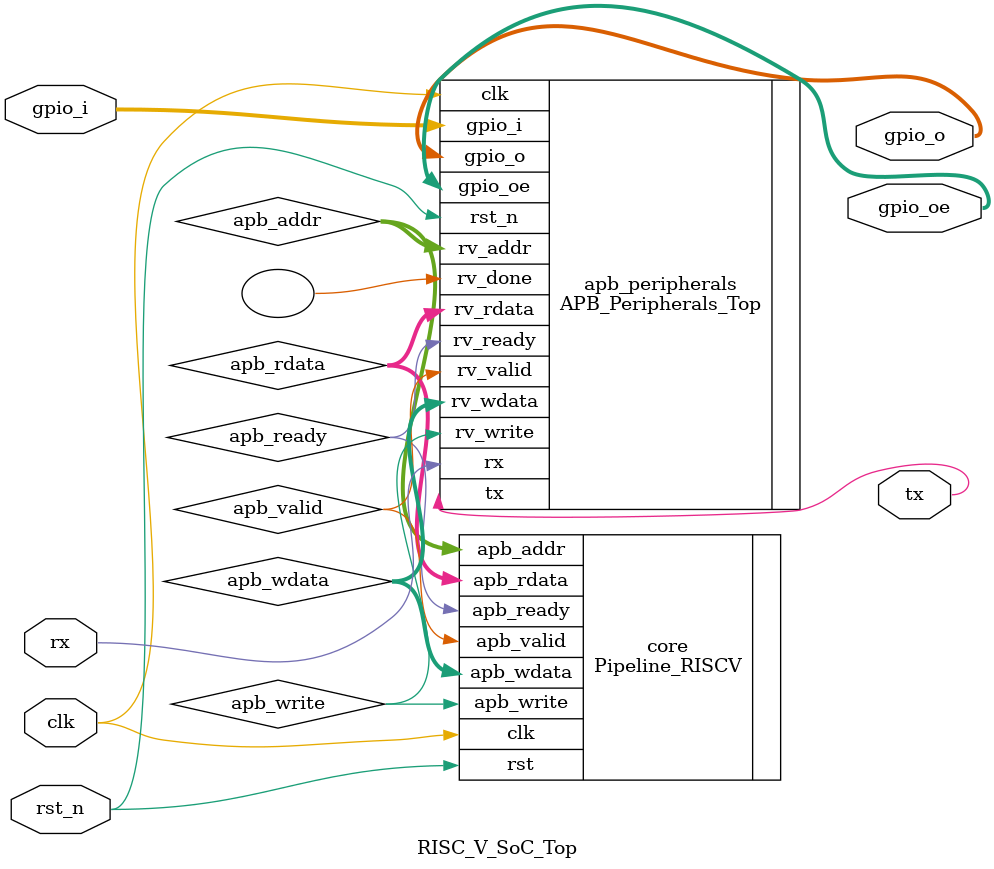
<source format=v>
`timescale 1ns / 1ps


`timescale 1ns / 1ps

module RISC_V_SoC_Top (
    input  wire        clk,
    input  wire        rst_n,

    // UART physical pins
    input  wire        rx,
    output wire        tx,

    // GPIO physical pins
    input  wire [7:0]  gpio_i,
    output wire [7:0]  gpio_o,
    output wire [7:0]  gpio_oe
);

    // APB interconnection wires between processor and APB peripherals
    wire [31:0] apb_addr;
    wire [31:0] apb_wdata;
    wire        apb_write;
    wire        apb_valid;
    wire [31:0] apb_rdata;
    wire        apb_ready;

    // -------------------------------
    // 1. Instantiate the RISC-V Pipeline Core
    // -------------------------------
    Pipeline_RISCV core (
        .clk(clk),
        .rst(rst_n),

        // APB interface to peripherals
        .apb_addr   (apb_addr),
        .apb_wdata  (apb_wdata),
        .apb_write  (apb_write),
        .apb_valid  (apb_valid),
        .apb_rdata  (apb_rdata),
        .apb_ready  (apb_ready)
    );

    // -------------------------------
    // 2. Instantiate the APB Peripherals Top
    // -------------------------------
    APB_Peripherals_Top apb_peripherals (
        .clk        (clk),
        .rst_n      (rst_n),

        // From Pipeline RISC-V
        .rv_addr    (apb_addr),
        .rv_wdata   (apb_wdata),
        .rv_write   (apb_write),
        .rv_valid   (apb_valid),
        .rv_rdata   (apb_rdata),
        .rv_ready   (apb_ready),
        .rv_done    (), // optional; not used in this case

        // UART physical interface
        .rx         (rx),
        .tx         (tx),

        // GPIO pins
        .gpio_i     (gpio_i),
        .gpio_o     (gpio_o),
        .gpio_oe    (gpio_oe)
    );

endmodule

</source>
